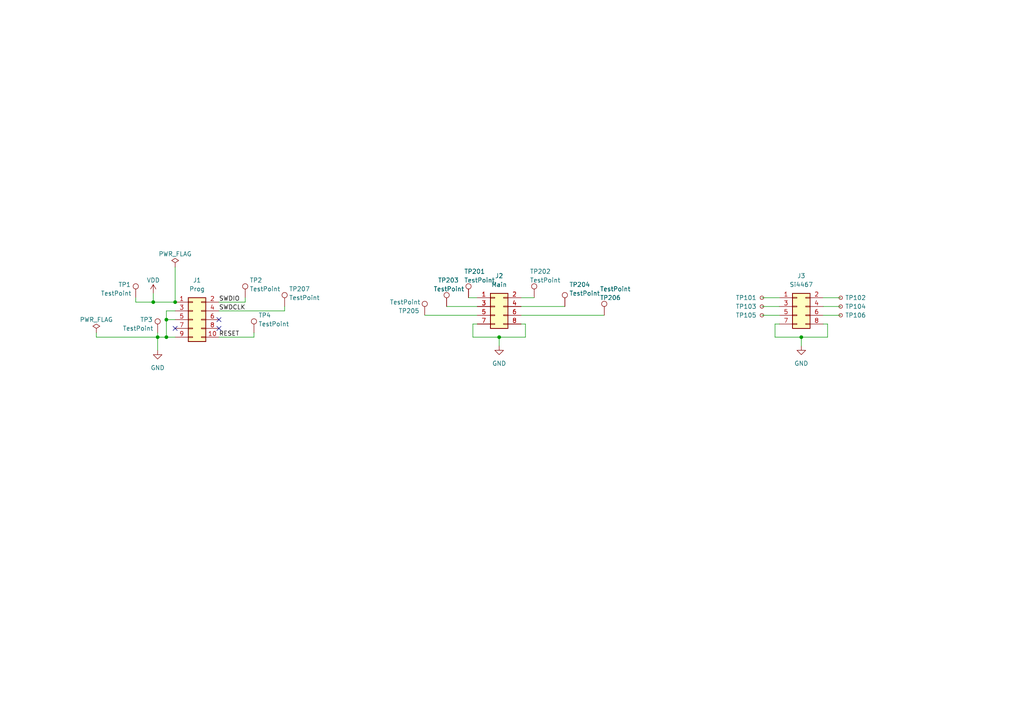
<source format=kicad_sch>
(kicad_sch (version 20230121) (generator eeschema)
  (paper "A4")
  (title_block (title "BNW Lemonbeat Donlge") (date "21.10.2022") (rev "0.2.0"))
  (lib_symbols
    (symbol "Connector:TestPoint" (pin_numbers hide) (pin_names (offset 0.762) hide)
      (property "Reference" "TP" (at 0 6.858 0))
      (property "Value" "TestPoint" (at 0 5.08 0))
      (symbol "TestPoint_0_1"
        (circle (center 0 3.302) (radius 0.762))
      )
      (symbol "TestPoint_1_1"
        (pin passive line (at 0 0 90) (length 2.54) (name "1") (number "1"))
      )
    )
    (symbol "Connector:TestPoint_Small" (pin_numbers hide) (pin_names (offset 0.762) hide)
      (property "Reference" "TP" (at 0 3.81 0))
      (property "Value" "TestPoint_Small" (at 0 2.032 0))
      (symbol "TestPoint_Small_0_1"
        (circle (center 0 0) (radius 0.508))
      )
      (symbol "TestPoint_Small_1_1"
        (pin passive line (at 0 0 90) (length 0) (name "1") (number "1"))
      )
    )
    (symbol "Connector_Generic:Conn_02x04_Odd_Even" (pin_names (offset 1.016) hide)
      (property "Reference" "J" (at 1.27 5.08 0))
      (property "Value" "Conn_02x04_Odd_Even" (at 1.27 -7.62 0))
      (symbol "Conn_02x04_Odd_Even_1_1"
        (rectangle (start -1.27 -4.953) (end 0 -5.207) (stroke (width 0.1524)))
        (rectangle (start -1.27 -2.413) (end 0 -2.667) (stroke (width 0.1524)))
        (rectangle (start -1.27 0.127) (end 0 -0.127) (stroke (width 0.1524)))
        (rectangle (start -1.27 2.667) (end 0 2.413) (stroke (width 0.1524)))
        (rectangle (start -1.27 3.81) (end 3.81 -6.35) (stroke (width 0.254)) (fill (type background)))
        (rectangle (start 3.81 -4.953) (end 2.54 -5.207) (stroke (width 0.1524)))
        (rectangle (start 3.81 -2.413) (end 2.54 -2.667) (stroke (width 0.1524)))
        (rectangle (start 3.81 0.127) (end 2.54 -0.127) (stroke (width 0.1524)))
        (rectangle (start 3.81 2.667) (end 2.54 2.413) (stroke (width 0.1524)))
        (pin passive line (at -5.08 2.54 0) (length 3.81) (name "Pin_1") (number "1"))
        (pin passive line (at 7.62 2.54 180) (length 3.81) (name "Pin_2") (number "2"))
        (pin passive line (at -5.08 0 0) (length 3.81) (name "Pin_3") (number "3"))
        (pin passive line (at 7.62 0 180) (length 3.81) (name "Pin_4") (number "4"))
        (pin passive line (at -5.08 -2.54 0) (length 3.81) (name "Pin_5") (number "5"))
        (pin passive line (at 7.62 -2.54 180) (length 3.81) (name "Pin_6") (number "6"))
        (pin passive line (at -5.08 -5.08 0) (length 3.81) (name "Pin_7") (number "7"))
        (pin passive line (at 7.62 -5.08 180) (length 3.81) (name "Pin_8") (number "8"))
      )
    )
    (symbol "Connector_Generic:Conn_02x05_Odd_Even" (pin_names (offset 1.016) hide)
      (property "Reference" "J" (at 1.27 7.62 0))
      (property "Value" "Conn_02x05_Odd_Even" (at 1.27 -7.62 0))
      (symbol "Conn_02x05_Odd_Even_1_1"
        (rectangle (start -1.27 -4.953) (end 0 -5.207) (stroke (width 0.1524)))
        (rectangle (start -1.27 -2.413) (end 0 -2.667) (stroke (width 0.1524)))
        (rectangle (start -1.27 0.127) (end 0 -0.127) (stroke (width 0.1524)))
        (rectangle (start -1.27 2.667) (end 0 2.413) (stroke (width 0.1524)))
        (rectangle (start -1.27 5.207) (end 0 4.953) (stroke (width 0.1524)))
        (rectangle (start -1.27 6.35) (end 3.81 -6.35) (stroke (width 0.254)) (fill (type background)))
        (rectangle (start 3.81 -4.953) (end 2.54 -5.207) (stroke (width 0.1524)))
        (rectangle (start 3.81 -2.413) (end 2.54 -2.667) (stroke (width 0.1524)))
        (rectangle (start 3.81 0.127) (end 2.54 -0.127) (stroke (width 0.1524)))
        (rectangle (start 3.81 2.667) (end 2.54 2.413) (stroke (width 0.1524)))
        (rectangle (start 3.81 5.207) (end 2.54 4.953) (stroke (width 0.1524)))
        (pin passive line (at -5.08 5.08 0) (length 3.81) (name "Pin_1") (number "1"))
        (pin passive line (at 7.62 -5.08 180) (length 3.81) (name "Pin_10") (number "10"))
        (pin passive line (at 7.62 5.08 180) (length 3.81) (name "Pin_2") (number "2"))
        (pin passive line (at -5.08 2.54 0) (length 3.81) (name "Pin_3") (number "3"))
        (pin passive line (at 7.62 2.54 180) (length 3.81) (name "Pin_4") (number "4"))
        (pin passive line (at -5.08 0 0) (length 3.81) (name "Pin_5") (number "5"))
        (pin passive line (at 7.62 0 180) (length 3.81) (name "Pin_6") (number "6"))
        (pin passive line (at -5.08 -2.54 0) (length 3.81) (name "Pin_7") (number "7"))
        (pin passive line (at 7.62 -2.54 180) (length 3.81) (name "Pin_8") (number "8"))
        (pin passive line (at -5.08 -5.08 0) (length 3.81) (name "Pin_9") (number "9"))
      )
    )
    (symbol "power:GND" (power) (pin_names (offset 0))
      (property "Value" "GND" (at 0 -3.81 0))
      (symbol "GND_0_1"
        (polyline (pts (xy 0 0) (xy 0 -1.27) (xy 1.27 -1.27) (xy 0 -2.54) (xy -1.27 -1.27) (xy 0 -1.27)))
      )
      (symbol "GND_1_1"
        (pin power_in line (at 0 0 270) (length 0) hide (name "GND") (number "1"))
      )
    )
    (symbol "power:PWR_FLAG" (power) (pin_numbers hide) (pin_names (offset 0) hide)
      (property "Value" "PWR_FLAG" (at 0 3.81 0))
      (symbol "PWR_FLAG_0_0"
        (pin power_out line (at 0 0 90) (length 0) (name "pwr") (number "1"))
      )
      (symbol "PWR_FLAG_0_1"
        (polyline (pts (xy 0 0) (xy 0 1.27) (xy -1.016 1.905) (xy 0 2.54) (xy 1.016 1.905) (xy 0 1.27)))
      )
    )
    (symbol "power:VDD" (power) (pin_names (offset 0))
      (property "Value" "VDD" (at 0 3.81 0))
      (symbol "VDD_0_1"
        (polyline (pts (xy -0.762 1.27) (xy 0 2.54)))
        (polyline (pts (xy 0 0) (xy 0 2.54)))
        (polyline (pts (xy 0 2.54) (xy 0.762 1.27)))
      )
      (symbol "VDD_1_1"
        (pin power_in line (at 0 0 90) (length 0) hide (name "VDD") (number "1"))
      )
    )
  )
  (junction (at 232.41 97.79))
  (junction (at 48.26 92.71))
  (junction (at 48.26 97.79))
  (junction (at 50.8 87.63))
  (junction (at 144.78 97.79))
  (junction (at 45.72 97.79))
  (junction (at 44.45 87.63))
  (no_connect (at 50.8 95.25))
  (no_connect (at 63.5 95.25))
  (no_connect (at 63.5 92.71))
  (wire (pts (xy 226.06 93.98) (xy 224.79 93.98)))
  (wire (pts (xy 63.5 97.79) (xy 73.66 97.79)))
  (wire (pts (xy 224.79 93.98) (xy 224.79 97.79)))
  (wire (pts (xy 137.16 97.79) (xy 144.78 97.79)))
  (wire (pts (xy 44.45 87.63) (xy 50.8 87.63)))
  (wire (pts (xy 151.13 86.36) (xy 154.94 86.36)))
  (wire (pts (xy 48.26 90.17) (xy 50.8 90.17)))
  (wire (pts (xy 238.76 88.9) (xy 243.84 88.9)))
  (wire (pts (xy 45.72 97.79) (xy 45.72 101.6)))
  (wire (pts (xy 27.94 97.79) (xy 27.94 96.52)))
  (wire (pts (xy 151.13 88.9) (xy 163.83 88.9)))
  (wire (pts (xy 232.41 97.79) (xy 232.41 100.33)))
  (wire (pts (xy 73.66 97.79) (xy 73.66 96.52)))
  (wire (pts (xy 45.72 97.79) (xy 27.94 97.79)))
  (wire (pts (xy 137.16 93.98) (xy 137.16 97.79)))
  (wire (pts (xy 50.8 77.47) (xy 50.8 87.63)))
  (wire (pts (xy 48.26 97.79) (xy 50.8 97.79)))
  (wire (pts (xy 138.43 93.98) (xy 137.16 93.98)))
  (wire (pts (xy 123.19 91.44) (xy 138.43 91.44)))
  (wire (pts (xy 39.37 87.63) (xy 39.37 86.36)))
  (wire (pts (xy 151.13 91.44) (xy 175.26 91.44)))
  (wire (pts (xy 238.76 86.36) (xy 243.84 86.36)))
  (wire (pts (xy 44.45 85.09) (xy 44.45 87.63)))
  (wire (pts (xy 240.03 97.79) (xy 232.41 97.79)))
  (wire (pts (xy 151.13 93.98) (xy 152.4 93.98)))
  (wire (pts (xy 220.98 91.44) (xy 226.06 91.44)))
  (wire (pts (xy 71.12 86.36) (xy 71.12 87.63)))
  (wire (pts (xy 45.72 96.52) (xy 45.72 97.79)))
  (wire (pts (xy 82.55 90.17) (xy 82.55 88.9)))
  (wire (pts (xy 152.4 97.79) (xy 144.78 97.79)))
  (wire (pts (xy 135.89 86.36) (xy 138.43 86.36)))
  (wire (pts (xy 48.26 92.71) (xy 48.26 97.79)))
  (wire (pts (xy 238.76 93.98) (xy 240.03 93.98)))
  (wire (pts (xy 45.72 97.79) (xy 48.26 97.79)))
  (wire (pts (xy 129.54 88.9) (xy 138.43 88.9)))
  (wire (pts (xy 220.98 88.9) (xy 226.06 88.9)))
  (wire (pts (xy 48.26 90.17) (xy 48.26 92.71)))
  (wire (pts (xy 48.26 92.71) (xy 50.8 92.71)))
  (wire (pts (xy 224.79 97.79) (xy 232.41 97.79)))
  (wire (pts (xy 144.78 97.79) (xy 144.78 100.33)))
  (wire (pts (xy 238.76 91.44) (xy 243.84 91.44)))
  (wire (pts (xy 152.4 93.98) (xy 152.4 97.79)))
  (wire (pts (xy 240.03 93.98) (xy 240.03 97.79)))
  (wire (pts (xy 63.5 87.63) (xy 71.12 87.63)))
  (wire (pts (xy 39.37 87.63) (xy 44.45 87.63)))
  (wire (pts (xy 63.5 90.17) (xy 82.55 90.17)))
  (wire (pts (xy 220.98 86.36) (xy 226.06 86.36)))
  (label "SWDCLK" (at 63.5 90.17 0))
  (label "SWDIO" (at 63.5 87.63 0))
  (label "RESET" (at 63.5 97.79 0))
  (symbol (lib_id "Connector:TestPoint_Small") (at 220.98 91.44 0) (unit 1)
    (property "Reference" "TP105" (at 213.36 91.44 0) (effects (justify left)))
    (property "Value" "TestPoint_Small" (effects hide))
    (property "Footprint" "TestPoint:TestPoint_Pad_D2.0mm" (effects hide))
    (property "Datasheet" "https://datasheet.lcsc.com/lcsc/2005121133_Shenzhen-Kinghelm-Elec-KH-102540-DZ_C530675.pdf" (effects hide))
    (property "LCSC" "C530675" (effects hide))
    (property "JLCPCB Alternatives" "C530675: 4mm total height; C530676: 6.5mm total height; C530677: 8mm total height" (effects hide))
    (property "MFR Part #" "KH-102540-DZ" (effects hide))
    (property "Manufacturer" "Shenzhen Kinghelm Elec" (effects hide))
  )
  (symbol (lib_id "Connector:TestPoint") (at 163.83 88.9 0) (unit 1)
    (property "Reference" "TP204" (at 165.1 82.55 0) (effects (justify left)))
    (property "Value" "TestPoint" (at 165.1 85.09 0) (effects (justify left)))
    (property "Footprint" "TestPoint:TestPoint_Pad_D2.0mm" (effects hide))
    (property "Datasheet" "https://datasheet.lcsc.com/lcsc/2005121133_Shenzhen-Kinghelm-Elec-KH-102540-DZ_C530675.pdf" (effects hide))
    (property "LCSC" "C530675" (effects hide))
    (property "JLCPCB Alternatives" "C530675: 4mm total height; C530676: 6.5mm total height; C530677: 8mm total height" (effects hide))
    (property "MFR Part #" "KH-102540-DZ" (effects hide))
    (property "Manufacturer" "Shenzhen Kinghelm Elec" (effects hide))
  )
  (symbol (lib_id "Connector:TestPoint_Small") (at 243.84 86.36 0) (unit 1)
    (property "Reference" "TP102" (at 245.11 86.36 0) (effects (justify left)))
    (property "Value" "TestPoint_Small" (effects hide))
    (property "Footprint" "TestPoint:TestPoint_Pad_D2.0mm" (effects hide))
    (property "Datasheet" "https://datasheet.lcsc.com/lcsc/2005121133_Shenzhen-Kinghelm-Elec-KH-102540-DZ_C530675.pdf" (effects hide))
    (property "LCSC" "C530675" (effects hide))
    (property "JLCPCB Alternatives" "C530675: 4mm total height; C530676: 6.5mm total height; C530677: 8mm total height" (effects hide))
    (property "MFR Part #" "KH-102540-DZ" (effects hide))
    (property "Manufacturer" "Shenzhen Kinghelm Elec" (effects hide))
  )
  (symbol (lib_id "power:PWR_FLAG") (at 27.94 96.52 0) (unit 1)
    (property "Reference" "#FLG02" (effects hide))
    (property "Value" "PWR_FLAG" (at 27.94 92.71 0))
  )
  (symbol (lib_id "power:GND") (at 144.78 100.33 0) (unit 1)
    (property "Reference" "#PWR02" (effects hide))
    (property "Value" "GND" (at 144.78 105.41 0))
  )
  (symbol (lib_id "Connector:TestPoint") (at 39.37 86.36 0) (unit 1)
    (property "Reference" "TP1" (at 34.29 82.55 0) (effects (justify left)))
    (property "Value" "TestPoint" (at 29.21 85.09 0) (effects (justify left)))
    (property "Footprint" "TestPoint:TestPoint_Pad_D2.0mm" (effects hide))
    (property "Datasheet" "https://datasheet.lcsc.com/lcsc/2005121133_Shenzhen-Kinghelm-Elec-KH-102540-DZ_C530675.pdf" (effects hide))
    (property "LCSC" "C530675" (effects hide))
    (property "JLCPCB Alternatives" "C530675: 4mm total height; C530676: 6.5mm total height; C530677: 8mm total height" (effects hide))
    (property "MFR Part #" "KH-102540-DZ" (effects hide))
    (property "Manufacturer" "Shenzhen Kinghelm Elec" (effects hide))
  )
  (symbol (lib_id "power:PWR_FLAG") (at 50.8 77.47 0) (unit 1)
    (property "Reference" "#FLG01" (effects hide))
    (property "Value" "PWR_FLAG" (at 50.8 73.66 0))
  )
  (symbol (lib_id "power:GND") (at 232.41 100.33 0) (unit 1)
    (property "Reference" "#PWR03" (effects hide))
    (property "Value" "GND" (at 232.41 105.41 0))
  )
  (symbol (lib_id "Connector_Generic:Conn_02x04_Odd_Even") (at 231.14 88.9 0) (unit 1)
    (property "Reference" "J3" (at 232.41 80.01 0))
    (property "Value" "Si4467" (at 232.41 82.55 0))
    (property "Footprint" "Connector_PinHeader_2.54mm:PinHeader_2x04_P2.54mm_Vertical_SMD" (effects hide))
    (property "Datasheet" "https://datasheet.lcsc.com/lcsc/2206302045_HCTL-PZ254-2-04-S_C3294462.pdf" (effects hide))
    (property "LCSC" "C3294462" (effects hide))
    (property "MFR Part #" "PZ254-2-04-S" (effects hide))
    (property "Manufacturer" "HCTL" (effects hide))
  )
  (symbol (lib_id "Connector:TestPoint_Small") (at 220.98 88.9 0) (unit 1)
    (property "Reference" "TP103" (at 213.36 88.9 0) (effects (justify left)))
    (property "Value" "TestPoint_Small" (effects hide))
    (property "Footprint" "TestPoint:TestPoint_Pad_D2.0mm" (effects hide))
    (property "Datasheet" "https://datasheet.lcsc.com/lcsc/2005121133_Shenzhen-Kinghelm-Elec-KH-102540-DZ_C530675.pdf" (effects hide))
    (property "LCSC" "C530675" (effects hide))
    (property "JLCPCB Alternatives" "C530675: 4mm total height; C530676: 6.5mm total height; C530677: 8mm total height" (effects hide))
    (property "MFR Part #" "KH-102540-DZ" (effects hide))
    (property "Manufacturer" "Shenzhen Kinghelm Elec" (effects hide))
  )
  (symbol (lib_id "Connector:TestPoint") (at 82.55 88.9 0) (unit 1)
    (property "Reference" "TP207" (at 83.82 83.82 0) (effects (justify left)))
    (property "Value" "TestPoint" (at 83.82 86.36 0) (effects (justify left)))
    (property "Footprint" "TestPoint:TestPoint_Pad_D2.0mm" (effects hide))
    (property "Datasheet" "https://datasheet.lcsc.com/lcsc/2005121133_Shenzhen-Kinghelm-Elec-KH-102540-DZ_C530675.pdf" (effects hide))
    (property "LCSC" "C530675" (effects hide))
    (property "JLCPCB Alternatives" "C530675: 4mm total height; C530676: 6.5mm total height; C530677: 8mm total height" (effects hide))
    (property "MFR Part #" "KH-102540-DZ" (effects hide))
    (property "Manufacturer" "Shenzhen Kinghelm Elec" (effects hide))
  )
  (symbol (lib_id "Connector:TestPoint") (at 123.19 91.44 0) (unit 1)
    (property "Reference" "TP205" (at 115.57 90.17 0) (effects (justify left)))
    (property "Value" "TestPoint" (at 113.03 87.63 0) (effects (justify left)))
    (property "Footprint" "TestPoint:TestPoint_Pad_D2.0mm" (effects hide))
    (property "Datasheet" "https://datasheet.lcsc.com/lcsc/2005121133_Shenzhen-Kinghelm-Elec-KH-102540-DZ_C530675.pdf" (effects hide))
    (property "LCSC" "C530675" (effects hide))
    (property "JLCPCB Alternatives" "C530675: 4mm total height; C530676: 6.5mm total height; C530677: 8mm total height" (effects hide))
    (property "MFR Part #" "KH-102540-DZ" (effects hide))
    (property "Manufacturer" "Shenzhen Kinghelm Elec" (effects hide))
  )
  (symbol (lib_id "Connector:TestPoint") (at 135.89 86.36 0) (unit 1)
    (property "Reference" "TP201" (at 134.62 78.74 0) (effects (justify left)))
    (property "Value" "TestPoint" (at 134.62 81.28 0) (effects (justify left)))
    (property "Footprint" "TestPoint:TestPoint_Pad_D2.0mm" (effects hide))
    (property "Datasheet" "https://datasheet.lcsc.com/lcsc/2005121133_Shenzhen-Kinghelm-Elec-KH-102540-DZ_C530675.pdf" (effects hide))
    (property "LCSC" "C530675" (effects hide))
    (property "JLCPCB Alternatives" "C530675: 4mm total height; C530676: 6.5mm total height; C530677: 8mm total height" (effects hide))
    (property "MFR Part #" "KH-102540-DZ" (effects hide))
    (property "Manufacturer" "Shenzhen Kinghelm Elec" (effects hide))
  )
  (symbol (lib_id "Connector:TestPoint") (at 73.66 96.52 0) (unit 1)
    (property "Reference" "TP4" (at 74.93 91.44 0) (effects (justify left)))
    (property "Value" "TestPoint" (at 74.93 93.98 0) (effects (justify left)))
    (property "Footprint" "TestPoint:TestPoint_Pad_D2.0mm" (effects hide))
    (property "Datasheet" "https://datasheet.lcsc.com/lcsc/2005121133_Shenzhen-Kinghelm-Elec-KH-102540-DZ_C530675.pdf" (effects hide))
    (property "LCSC" "C530675" (effects hide))
    (property "JLCPCB Alternatives" "C530675: 4mm total height; C530676: 6.5mm total height; C530677: 8mm total height" (effects hide))
    (property "MFR Part #" "KH-102540-DZ" (effects hide))
    (property "Manufacturer" "Shenzhen Kinghelm Elec" (effects hide))
  )
  (symbol (lib_id "Connector:TestPoint") (at 71.12 86.36 0) (unit 1)
    (property "Reference" "TP2" (at 72.39 81.28 0) (effects (justify left)))
    (property "Value" "TestPoint" (at 72.39 83.82 0) (effects (justify left)))
    (property "Footprint" "TestPoint:TestPoint_Pad_D2.0mm" (effects hide))
    (property "Datasheet" "https://datasheet.lcsc.com/lcsc/2005121133_Shenzhen-Kinghelm-Elec-KH-102540-DZ_C530675.pdf" (effects hide))
    (property "LCSC" "C530675" (effects hide))
    (property "JLCPCB Alternatives" "C530675: 4mm total height; C530676: 6.5mm total height; C530677: 8mm total height" (effects hide))
    (property "MFR Part #" "KH-102540-DZ" (effects hide))
    (property "Manufacturer" "Shenzhen Kinghelm Elec" (effects hide))
  )
  (symbol (lib_id "power:VDD") (at 44.45 85.09 0) (unit 1)
    (property "Reference" "#PWR04" (effects hide))
    (property "Value" "VDD" (at 44.45 81.28 0))
  )
  (symbol (lib_id "Connector:TestPoint") (at 129.54 88.9 0) (unit 1)
    (property "Reference" "TP203" (at 127 81.28 0) (effects (justify left)))
    (property "Value" "TestPoint" (at 125.73 83.82 0) (effects (justify left)))
    (property "Footprint" "TestPoint:TestPoint_Pad_D2.0mm" (effects hide))
    (property "Datasheet" "https://datasheet.lcsc.com/lcsc/2005121133_Shenzhen-Kinghelm-Elec-KH-102540-DZ_C530675.pdf" (effects hide))
    (property "LCSC" "C530675" (effects hide))
    (property "JLCPCB Alternatives" "C530675: 4mm total height; C530676: 6.5mm total height; C530677: 8mm total height" (effects hide))
    (property "MFR Part #" "KH-102540-DZ" (effects hide))
    (property "Manufacturer" "Shenzhen Kinghelm Elec" (effects hide))
  )
  (symbol (lib_id "Connector_Generic:Conn_02x04_Odd_Even") (at 143.51 88.9 0) (unit 1)
    (property "Reference" "J2" (at 144.78 80.01 0))
    (property "Value" "Main" (at 144.78 82.55 0))
    (property "Footprint" "Connector_PinHeader_2.54mm:PinHeader_2x04_P2.54mm_Vertical_SMD" (effects hide))
    (property "Datasheet" "https://datasheet.lcsc.com/lcsc/2206302045_HCTL-PZ254-2-04-S_C3294462.pdf" (effects hide))
    (property "LCSC" "C3294462" (effects hide))
    (property "MFR Part #" "PZ254-2-04-S" (effects hide))
    (property "Manufacturer" "HCTL" (effects hide))
  )
  (symbol (lib_id "Connector_Generic:Conn_02x05_Odd_Even") (at 55.88 92.71 0) (unit 1)
    (property "Reference" "J1" (at 57.15 81.28 0))
    (property "Value" "Prog" (at 57.15 83.82 0))
    (property "Footprint" "Connector_PinHeader_1.27mm:PinHeader_2x05_P1.27mm_Vertical_SMD" (effects hide))
    (property "Datasheet" "https://datasheet.lcsc.com/lcsc/1811011514_Amphenol-ICC-20021121-00010C4LF_C150517.pdf" (effects hide))
    (property "LCSC" "C150517" (effects hide))
    (property "MFR Part #" "20021121-00010C4LF" (effects hide))
    (property "Manufacturer" "Amphenol ICC" (effects hide))
  )
  (symbol (lib_id "Connector:TestPoint_Small") (at 243.84 88.9 0) (unit 1)
    (property "Reference" "TP104" (at 245.11 88.9 0) (effects (justify left)))
    (property "Value" "TestPoint_Small" (effects hide))
    (property "Footprint" "TestPoint:TestPoint_Pad_D2.0mm" (effects hide))
    (property "Datasheet" "https://datasheet.lcsc.com/lcsc/2005121133_Shenzhen-Kinghelm-Elec-KH-102540-DZ_C530675.pdf" (effects hide))
    (property "LCSC" "C530675" (effects hide))
    (property "JLCPCB Alternatives" "C530675: 4mm total height; C530676: 6.5mm total height; C530677: 8mm total height" (effects hide))
    (property "MFR Part #" "KH-102540-DZ" (effects hide))
    (property "Manufacturer" "Shenzhen Kinghelm Elec" (effects hide))
  )
  (symbol (lib_id "Connector:TestPoint") (at 154.94 86.36 0) (unit 1)
    (property "Reference" "TP202" (at 153.67 78.74 0) (effects (justify left)))
    (property "Value" "TestPoint" (at 153.67 81.28 0) (effects (justify left)))
    (property "Footprint" "TestPoint:TestPoint_Pad_D2.0mm" (effects hide))
    (property "Datasheet" "https://datasheet.lcsc.com/lcsc/2005121133_Shenzhen-Kinghelm-Elec-KH-102540-DZ_C530675.pdf" (effects hide))
    (property "LCSC" "C530675" (effects hide))
    (property "JLCPCB Alternatives" "C530675: 4mm total height; C530676: 6.5mm total height; C530677: 8mm total height" (effects hide))
    (property "MFR Part #" "KH-102540-DZ" (effects hide))
    (property "Manufacturer" "Shenzhen Kinghelm Elec" (effects hide))
  )
  (symbol (lib_id "power:GND") (at 45.72 101.6 0) (unit 1)
    (property "Reference" "#PWR01" (effects hide))
    (property "Value" "GND" (at 45.72 106.68 0))
  )
  (symbol (lib_id "Connector:TestPoint") (at 175.26 91.44 0) (unit 1)
    (property "Reference" "TP206" (at 173.99 86.36 0) (effects (justify left)))
    (property "Value" "TestPoint" (at 173.99 83.82 0) (effects (justify left)))
    (property "Footprint" "TestPoint:TestPoint_Pad_D2.0mm" (effects hide))
    (property "Datasheet" "https://datasheet.lcsc.com/lcsc/2005121133_Shenzhen-Kinghelm-Elec-KH-102540-DZ_C530675.pdf" (effects hide))
    (property "LCSC" "C530675" (effects hide))
    (property "JLCPCB Alternatives" "C530675: 4mm total height; C530676: 6.5mm total height; C530677: 8mm total height" (effects hide))
    (property "MFR Part #" "KH-102540-DZ" (effects hide))
    (property "Manufacturer" "Shenzhen Kinghelm Elec" (effects hide))
  )
  (symbol (lib_id "Connector:TestPoint_Small") (at 220.98 86.36 0) (unit 1)
    (property "Reference" "TP101" (at 213.36 86.36 0) (effects (justify left)))
    (property "Value" "TestPoint_Small" (effects hide))
    (property "Footprint" "TestPoint:TestPoint_Pad_D2.0mm" (effects hide))
    (property "Datasheet" "https://datasheet.lcsc.com/lcsc/2005121133_Shenzhen-Kinghelm-Elec-KH-102540-DZ_C530675.pdf" (effects hide))
    (property "LCSC" "C530675" (effects hide))
    (property "JLCPCB Alternatives" "C530675: 4mm total height; C530676: 6.5mm total height; C530677: 8mm total height" (effects hide))
    (property "MFR Part #" "KH-102540-DZ" (effects hide))
    (property "Manufacturer" "Shenzhen Kinghelm Elec" (effects hide))
  )
  (symbol (lib_id "Connector:TestPoint") (at 45.72 96.52 0) (unit 1)
    (property "Reference" "TP3" (at 40.64 92.71 0) (effects (justify left)))
    (property "Value" "TestPoint" (at 35.56 95.25 0) (effects (justify left)))
    (property "Footprint" "TestPoint:TestPoint_Pad_D2.0mm" (effects hide))
    (property "Datasheet" "https://datasheet.lcsc.com/lcsc/2005121133_Shenzhen-Kinghelm-Elec-KH-102540-DZ_C530675.pdf" (effects hide))
    (property "LCSC" "C530675" (effects hide))
    (property "JLCPCB Alternatives" "C530675: 4mm total height; C530676: 6.5mm total height; C530677: 8mm total height" (effects hide))
    (property "MFR Part #" "KH-102540-DZ" (effects hide))
    (property "Manufacturer" "Shenzhen Kinghelm Elec" (effects hide))
  )
  (symbol (lib_id "Connector:TestPoint_Small") (at 243.84 91.44 0) (unit 1)
    (property "Reference" "TP106" (at 245.11 91.44 0) (effects (justify left)))
    (property "Value" "TestPoint_Small" (effects hide))
    (property "Footprint" "TestPoint:TestPoint_Pad_D2.0mm" (effects hide))
    (property "Datasheet" "https://datasheet.lcsc.com/lcsc/2005121133_Shenzhen-Kinghelm-Elec-KH-102540-DZ_C530675.pdf" (effects hide))
    (property "LCSC" "C530675" (effects hide))
    (property "JLCPCB Alternatives" "C530675: 4mm total height; C530676: 6.5mm total height; C530677: 8mm total height" (effects hide))
    (property "MFR Part #" "KH-102540-DZ" (effects hide))
    (property "Manufacturer" "Shenzhen Kinghelm Elec" (effects hide))
  )
)
</source>
